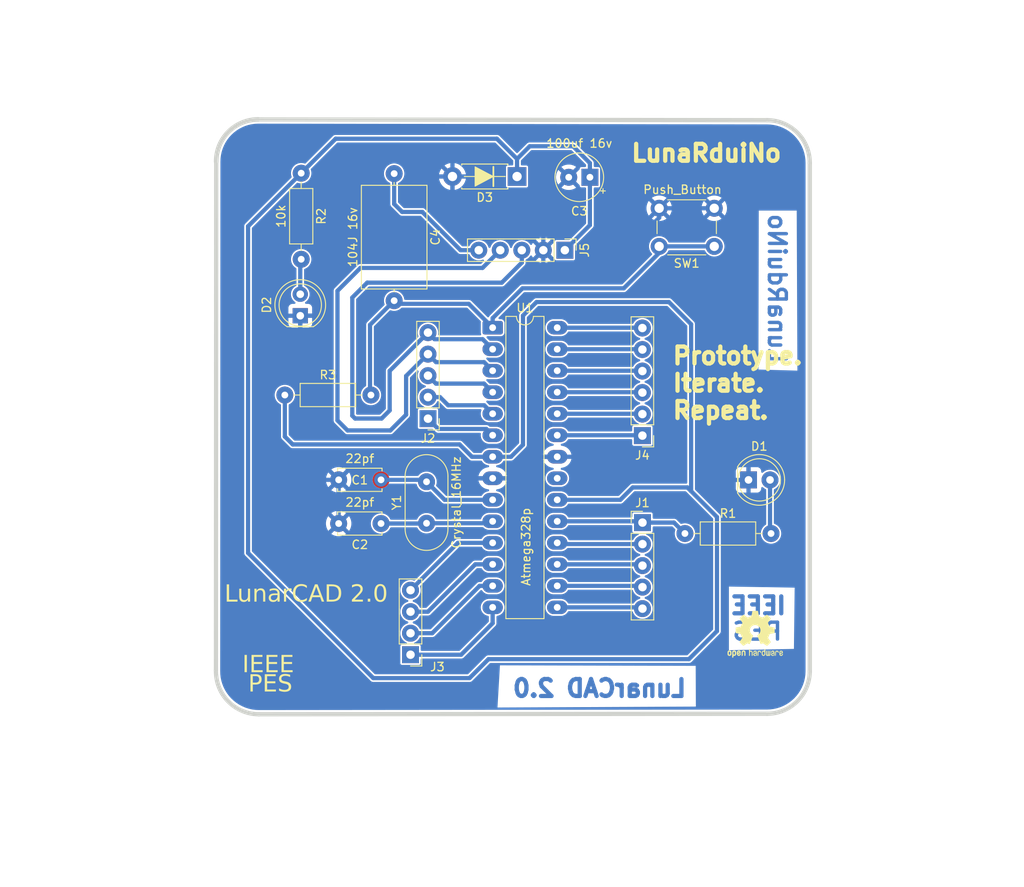
<source format=kicad_pcb>
(kicad_pcb (version 20241229) (generator "pcbnew") (generator_version "9.0")
  (layers (0 "F.Cu" signal) (2 "B.Cu" signal) (13 "F.Paste" user) (15 "B.Paste" user) (5 "F.SilkS" user "F.Silkscreen") (7 "B.SilkS" user "B.Silkscreen") (1 "F.Mask" user) (3 "B.Mask" user) (25 "Edge.Cuts" user))
  (net 0 "")
  (net 1 "Net-(C1-+)")
  (net 2 "GND")
  (net 3 "Net-(C2-+)")
  (net 4 "+5V")
  (net 5 "RTS")
  (net 6 "reset")
  (net 7 "Net-(R1--)")
  (net 8 "Net-(R2--)")
  (net 9 "TX")
  (net 10 "RX")
  (net 11 "Net-(U1-12)")
  (net 12 "Net-(U1-9{slash}PWM)")
  (net 13 "Net-(U1-10{slash}PWM)")
  (net 14 "Net-(U1-11{slash}PWM)")
  (net 15 "Net-(R1-+)")
  (net 16 "Net-(U1-A0)")
  (net 17 "Net-(U1-A2)")
  (net 18 "Net-(U1-SDA{slash}A4)")
  (net 19 "Net-(U1-A1)")
  (net 20 "Net-(U1-A3)")
  (net 21 "Net-(U1-SCL{slash}A5)")
  (net 23 "Net-(U1-4)")
  (net 24 "Net-(U1-3{slash}PWM)")
  (net 25 "Net-(U1-2)")
  (net 26 "Net-(U1-6{slash}PWM)")
  (net 27 "Net-(U1-7)")
  (net 28 "Net-(U1-5{slash}PWM)")
  (net 29 "Net-(U1-8)")
  (footprint "Connector_PinHeader_2.54mm:PinHeader_1x04_P2.54mm_Vertical" (layer "F.Cu") (at 129.48 112.248172 180)
    (property "Reference" "J3" (at -3.17 -1.44 0) (layer "F.SilkS"))
    (property "Value" "PINHD_1x4_Male")
    (pad "1" thru_hole rect (at 0 0 180) (size 2 2) (drill 1) (layers "*.Cu" "*.Mask") (net 29 "Net-(U1-8)"))
    (pad "2" thru_hole circle (at 0 2.54 180) (size 2 2) (drill 1) (layers "*.Cu" "*.Mask") (net 27 "Net-(U1-7)"))
    (pad "3" thru_hole circle (at 0 5.08 180) (size 2 2) (drill 1) (layers "*.Cu" "*.Mask") (net 26 "Net-(U1-6{slash}PWM)"))
    (pad "4" thru_hole circle (at 0 7.62 180) (size 2 2) (drill 1) (layers "*.Cu" "*.Mask") (net 28 "Net-(U1-5{slash}PWM)"))
  )
  (footprint "Capacitor_THT:C_Disc_D5.0mm_W2.5mm_P5.00mm" (layer "F.Cu") (at 126 91.598172 180)
    (property "Reference" "C1" (at 2.51 -0.031828 0) (layer "F.SilkS"))
    (property "Value" "22pf" (at 2.5 2.5 0) (layer "F.SilkS"))
    (pad "1" thru_hole circle (at 0 0 180) (size 2 2) (drill 0.8) (layers "*.Cu" "*.Mask") (net 1 "Net-(C1-+)") (padstack (mode custom) (layer "B.Cu" (shape circle) (size 1.6 1.6))))
    (pad "2" thru_hole circle (at 5 0 180) (size 2 2) (drill 0.8) (layers "*.Cu" "*.Mask") (net 2 "GND"))
  )
  (footprint "Resistor_THT:R_Axial_DIN0207_L6.3mm_D2.5mm_P10.16mm_Horizontal" (layer "F.Cu") (at 116.58 55.398172 -90)
    (property "Reference" "R2" (at 5.08 -2.37 90) (layer "F.SilkS"))
    (property "Value" "10k" (at 5.08 2.37 90) (layer "F.SilkS"))
    (pad "1" thru_hole circle (at 0 0 270) (size 2 2) (drill 0.8) (layers "*.Cu" "F.Mask") (net 4 "+5V"))
    (pad "2" thru_hole circle (at 10.16 0 270) (size 2 2) (drill 0.8) (layers "*.Cu" "*.Mask") (net 8 "Net-(R2--)"))
  )
  (footprint "Package_DIP:DIP-28_W7.62mm_LongPads" (layer "F.Cu") (at 139.17 73.638172)
    (property "Reference" "U1" (at 3.81 -2.33 0) (layer "F.SilkS"))
    (property "Value" "Atmega328p" (at 3.94 25.871828 90) (layer "F.SilkS"))
    (pad "1" thru_hole roundrect (at 0 0) (size 2.4 1.6) (drill 0.8) (layers "*.Cu" "*.Mask") (roundrect_rratio 0.15625) (net 6 "reset"))
    (pad "2" thru_hole oval (at 0 2.54) (size 2.4 1.6) (drill 0.8) (layers "*.Cu" "*.Mask") (net 9 "TX"))
    (pad "3" thru_hole oval (at 0 5.08) (size 2.4 1.6) (drill 0.8) (layers "*.Cu" "*.Mask") (net 10 "RX"))
    (pad "4" thru_hole oval (at 0 7.62) (size 2.4 1.6) (drill 0.8) (layers "*.Cu" "*.Mask") (net 25 "Net-(U1-2)"))
    (pad "5" thru_hole oval (at 0 10.16) (size 2.4 1.6) (drill 0.8) (layers "*.Cu" "*.Mask") (net 24 "Net-(U1-3{slash}PWM)"))
    (pad "6" thru_hole oval (at 0 12.7) (size 2.4 1.6) (drill 0.8) (layers "*.Cu" "*.Mask") (net 23 "Net-(U1-4)"))
    (pad "7" thru_hole oval (at 0 15.24) (size 2.4 1.6) (drill 0.8) (layers "*.Cu" "*.Mask") (net 4 "+5V"))
    (pad "8" thru_hole oval (at 0 17.78) (size 2.4 1.6) (drill 0.8) (layers "*.Cu" "*.Mask") (net 2 "GND"))
    (pad "9" thru_hole oval (at 0 20.32) (size 2.4 1.6) (drill 0.8) (layers "*.Cu" "*.Mask") (net 1 "Net-(C1-+)"))
    (pad "10" thru_hole oval (at 0 22.86) (size 2.4 1.6) (drill 0.8) (layers "*.Cu" "*.Mask") (net 3 "Net-(C2-+)"))
    (pad "11" thru_hole oval (at 0 25.4) (size 2.4 1.6) (drill 0.8) (layers "*.Cu" "*.Mask") (net 28 "Net-(U1-5{slash}PWM)"))
    (pad "12" thru_hole oval (at 0 27.94) (size 2.4 1.6) (drill 0.8) (layers "*.Cu" "*.Mask") (net 26 "Net-(U1-6{slash}PWM)"))
    (pad "13" thru_hole oval (at 0 30.48) (size 2.4 1.6) (drill 0.8) (layers "*.Cu" "*.Mask") (net 27 "Net-(U1-7)"))
    (pad "14" thru_hole oval (at 0 33.02) (size 2.4 1.6) (drill 0.8) (layers "*.Cu" "*.Mask") (net 29 "Net-(U1-8)"))
    (pad "15" thru_hole oval (at 7.62 33.02) (size 2.4 1.6) (drill 0.8) (layers "*.Cu" "*.Mask") (net 12 "Net-(U1-9{slash}PWM)"))
    (pad "16" thru_hole oval (at 7.62 30.48) (size 2.4 1.6) (drill 0.8) (layers "*.Cu" "*.Mask") (net 13 "Net-(U1-10{slash}PWM)"))
    (pad "17" thru_hole oval (at 7.62 27.94) (size 2.4 1.6) (drill 0.8) (layers "*.Cu" "*.Mask") (net 14 "Net-(U1-11{slash}PWM)"))
    (pad "18" thru_hole oval (at 7.62 25.4) (size 2.4 1.6) (drill 0.8) (layers "*.Cu" "*.Mask") (net 11 "Net-(U1-12)"))
    (pad "19" thru_hole oval (at 7.62 22.86) (size 2.4 1.6) (drill 0.8) (layers "*.Cu" "*.Mask") (net 15 "Net-(R1-+)"))
    (pad "20" thru_hole oval (at 7.62 20.32) (size 2.4 1.6) (drill 0.8) (layers "*.Cu" "*.Mask") (net 4 "+5V"))
    (pad "21" thru_hole oval (at 7.62 17.78) (size 2.4 1.6) (drill 0.8) (layers "*.Cu" "*.Mask"))
    (pad "22" thru_hole oval (at 7.62 15.24) (size 2.4 1.6) (drill 0.8) (layers "*.Cu" "*.Mask") (net 2 "GND"))
    (pad "23" thru_hole oval (at 7.62 12.7) (size 2.4 1.6) (drill 0.8) (layers "*.Cu" "*.Mask") (net 16 "Net-(U1-A0)"))
    (pad "24" thru_hole oval (at 7.62 10.16) (size 2.4 1.6) (drill 0.8) (layers "*.Cu" "*.Mask") (net 19 "Net-(U1-A1)"))
    (pad "25" thru_hole oval (at 7.62 7.62) (size 2.4 1.6) (drill 0.8) (layers "*.Cu" "*.Mask") (net 17 "Net-(U1-A2)"))
    (pad "26" thru_hole oval (at 7.62 5.08) (size 2.4 1.6) (drill 0.8) (layers "*.Cu" "*.Mask") (net 20 "Net-(U1-A3)"))
    (pad "27" thru_hole oval (at 7.62 2.54) (size 2.4 1.6) (drill 0.8) (layers "*.Cu" "*.Mask") (net 18 "Net-(U1-SDA{slash}A4)"))
    (pad "28" thru_hole oval (at 7.62 0) (size 2.4 1.6) (drill 0.8) (layers "*.Cu" "*.Mask") (net 21 "Net-(U1-SCL{slash}A5)"))
  )
  (footprint "LED_THT:LED_D5.0mm" (layer "F.Cu") (at 169.36 91.608172)
    (property "Reference" "D1" (at 1.27 -3.96 0) (layer "F.SilkS"))
    (property "Value" "LED")
    (pad "1" thru_hole rect (at 0 0) (size 2 2) (drill 0.9) (layers "*.Cu" "*.Mask") (net 2 "GND"))
    (pad "2" thru_hole circle (at 2.54 0) (size 2 2) (drill 0.9) (layers "*.Cu" "*.Mask") (net 7 "Net-(R1--)"))
  )
  (footprint "Button_Switch_THT:SW_PUSH_6mm" (layer "F.Cu") (at 165.32 64.038172 180)
    (property "Reference" "SW1" (at 3.25 -2 0) (layer "F.SilkS"))
    (property "Value" "Push_Button" (at 3.75 6.7 0) (layer "F.SilkS"))
    (pad "1" thru_hole circle (at 0 0 270) (size 2 2) (drill 1.1) (layers "*.Cu" "*.Mask") (net 6 "reset"))
    (pad "1" thru_hole circle (at 6.5 0 270) (size 2 2) (drill 1.1) (layers "*.Cu" "*.Mask") (net 6 "reset"))
    (pad "2" thru_hole circle (at 0 4.5 270) (size 2 2) (drill 1.1) (layers "*.Cu" "*.Mask") (net 2 "GND"))
    (pad "2" thru_hole circle (at 6.5 4.5 270) (size 2 2) (drill 1.1) (layers "*.Cu" "*.Mask") (net 2 "GND"))
  )
  (footprint "PCM_Diode_THT_AKL:D_DO-41_SOD81_P7.62mm_Horizontal" (layer "F.Cu") (at 142.05 55.788172 180)
    (property "Reference" "D3" (at 3.81 -2.47 0) (layer "F.SilkS"))
    (property "Value" "1N4007" (hide yes))
    (pad "1" thru_hole rect (at 0 0 180) (size 2.2 2.2) (drill 1.1) (layers "*.Cu" "*.Mask") (net 4 "+5V"))
    (pad "2" thru_hole oval (at 7.62 0 180) (size 2.2 2.2) (drill 1.1) (layers "*.Cu" "*.Mask") (net 2 "GND"))
  )
  (footprint "LED_THT:LED_D5.0mm" (layer "F.Cu") (at 116.47 72.228172 90)
    (property "Reference" "D2" (at 1.27 -3.96 90) (layer "F.SilkS"))
    (property "Value" "LED")
    (pad "1" thru_hole rect (at 0 0 90) (size 1.8 1.8) (drill 0.9) (layers "*.Cu" "*.Mask") (net 2 "GND"))
    (pad "2" thru_hole circle (at 2.54 0 90) (size 1.8 1.8) (drill 0.9) (layers "*.Cu" "*.Mask") (net 8 "Net-(R2--)"))
  )
  (footprint "Resistor_THT:R_Axial_DIN0207_L6.3mm_D2.5mm_P10.16mm_Horizontal" (layer "F.Cu") (at 114.65 81.588172)
    (property "Reference" "R3" (at 5.08 -2.37 0) (layer "F.SilkS"))
    (property "Value" "10k")
    (pad "1" thru_hole circle (at 0 0) (size 2 2) (drill 0.8) (layers "*.Cu" "*.Mask") (net 4 "+5V"))
    (pad "2" thru_hole circle (at 10.16 0) (size 2 2) (drill 0.8) (layers "*.Cu" "*.Mask") (net 6 "reset"))
  )
  (footprint "Crystal:Crystal_HC18-U_Vertical" (layer "F.Cu") (at 131.37 96.728172 90)
    (property "Reference" "Y1" (at 2.45 -3.525 90) (layer "F.SilkS"))
    (property "Value" "Crystal_16MHz" (at 2.45 3.525 90) (layer "F.SilkS"))
    (pad "1" thru_hole circle (at 0 0 90) (size 2 2) (drill 0.8) (layers "*.Cu" "*.Mask") (net 3 "Net-(C2-+)"))
    (pad "2" thru_hole circle (at 4.9 0 90) (size 2 2) (drill 0.8) (layers "*.Cu" "*.Mask") (net 1 "Net-(C1-+)"))
  )
  (footprint "Capacitor_THT:CP_Radial_Tantal_D5.5mm_P2.50mm" (layer "F.Cu") (at 150.646369 55.878172 180)
    (property "Reference" "C3" (at 1.25 -4 0) (layer "F.SilkS"))
    (property "Value" "100uf 16v" (at 1.25 4 0) (layer "F.SilkS"))
    (pad "1" thru_hole rect (at 0 0 180) (size 2 2) (drill 0.8) (layers "*.Cu" "*.Mask") (net 4 "+5V"))
    (pad "2" thru_hole circle (at 2.5 0 180) (size 2 2) (drill 0.8) (layers "*.Cu" "*.Mask") (net 2 "GND"))
  )
  (footprint "Connector_PinHeader_2.54mm:PinHeader_1x05_P2.54mm_Vertical" (layer "F.Cu") (at 156.85 96.648172)
    (property "Reference" "J1" (at 0 -2.33 0) (layer "F.SilkS"))
    (property "Value" "PINHD_1x5_Male")
    (pad "1" thru_hole rect (at 0 0) (size 2 2) (drill 1) (layers "*.Cu" "*.Mask") (net 15 "Net-(R1-+)"))
    (pad "2" thru_hole circle (at 0 2.54) (size 2 2) (drill 1) (layers "*.Cu" "*.Mask") (net 11 "Net-(U1-12)"))
    (pad "3" thru_hole circle (at 0 5.08) (size 2 2) (drill 1) (layers "*.Cu" "*.Mask") (net 14 "Net-(U1-11{slash}PWM)"))
    (pad "4" thru_hole circle (at 0 7.62) (size 2 2) (drill 1) (layers "*.Cu" "*.Mask") (net 13 "Net-(U1-10{slash}PWM)"))
    (pad "5" thru_hole circle (at 0 10.16) (size 2 2) (drill 1) (layers "*.Cu" "*.Mask") (net 12 "Net-(U1-9{slash}PWM)"))
  )
  (footprint "Capacitor_THT:C_Disc_D5.0mm_W2.5mm_P5.00mm" (layer "F.Cu") (at 126 96.758172 180)
    (property "Reference" "C2" (at 2.5 -2.5 0) (layer "F.SilkS"))
    (property "Value" "22pf" (at 2.5 2.5 0) (layer "F.SilkS"))
    (pad "1" thru_hole circle (at 0 0 180) (size 2 2) (drill 0.8) (layers "*.Cu" "*.Mask") (net 3 "Net-(C2-+)"))
    (pad "2" thru_hole circle (at 5 0 180) (size 2 2) (drill 0.8) (layers "*.Cu" "*.Mask") (net 2 "GND"))
  )
  (footprint "Connector_PinHeader_2.54mm:PinHeader_1x05_P2.54mm_Vertical" (layer "F.Cu") (at 131.54 84.378172 180)
    (property "Reference" "J2" (at 0 -2.33 0) (layer "F.SilkS"))
    (property "Value" "PINHD_1x5_Male")
    (pad "1" thru_hole rect (at 0 0 180) (size 2 2) (drill 1) (layers "*.Cu" "*.Mask") (net 23 "Net-(U1-4)"))
    (pad "2" thru_hole circle (at 0 2.54 180) (size 2 2) (drill 1) (layers "*.Cu" "*.Mask") (net 24 "Net-(U1-3{slash}PWM)"))
    (pad "3" thru_hole circle (at 0 5.08 180) (size 2 2) (drill 1) (layers "*.Cu" "*.Mask") (net 25 "Net-(U1-2)"))
    (pad "4" thru_hole circle (at 0 7.62 180) (size 2 2) (drill 1) (layers "*.Cu" "*.Mask") (net 10 "RX"))
    (pad "5" thru_hole circle (at 0 10.16 180) (size 2 2) (drill 1) (layers "*.Cu" "*.Mask") (net 9 "TX"))
  )
  (footprint "Connector_PinHeader_2.54mm:PinHeader_1x05_P2.54mm_Vertical" (layer "F.Cu") (at 147.69 64.488172 -90)
    (property "Reference" "J5" (at 0 -2.33 90) (layer "F.SilkS"))
    (property "Value" "PINHD_1x5_Male")
    (pad "1" thru_hole rect (at 0 0 270) (size 2 2) (drill 1) (layers "*.Cu" "*.Mask") (net 4 "+5V"))
    (pad "2" thru_hole circle (at 0 2.54 270) (size 2 2) (drill 1) (layers "*.Cu" "*.Mask") (net 2 "GND"))
    (pad "3" thru_hole circle (at 0 5.08 270) (size 2 2) (drill 1) (layers "*.Cu" "*.Mask") (net 9 "TX"))
    (pad "4" thru_hole circle (at 0 7.62 270) (size 2 2) (drill 1) (layers "*.Cu" "*.Mask") (net 10 "RX"))
    (pad "5" thru_hole circle (at 0 10.16 270) (size 2 2) (drill 1) (layers "*.Cu" "*.Mask") (net 5 "RTS"))
  )
  (footprint "Capacitor_THT:C_Axial_L12.0mm_D7.5mm_P15.00mm_Horizontal" (layer "F.Cu") (at 127.55 55.448172 -90)
    (property "Reference" "C4" (at 7.5 -4.87 90) (layer "F.SilkS"))
    (property "Value" "104J 16v" (at 7.5 4.87 90) (layer "F.SilkS"))
    (pad "1" thru_hole circle (at 0 0 270) (size 2 2) (drill 0.8) (layers "*.Cu" "*.Mask") (net 5 "RTS"))
    (pad "2" thru_hole circle (at 15 0 270) (size 2 2) (drill 0.8) (layers "*.Cu" "*.Mask") (net 6 "reset"))
  )
  (footprint "Connector_PinHeader_2.54mm:PinHeader_1x06_P2.54mm_Vertical" (layer "F.Cu") (at 156.84 86.378172 180)
    (property "Reference" "J4" (at 0 -2.33 0) (layer "F.SilkS"))
    (property "Value" "PINHD_1x6_Male")
    (pad "1" thru_hole rect (at 0 0 180) (size 2 2) (drill 1) (layers "*.Cu" "*.Mask") (net 16 "Net-(U1-A0)"))
    (pad "2" thru_hole circle (at 0 2.54 180) (size 2 2) (drill 1) (layers "*.Cu" "*.Mask") (net 19 "Net-(U1-A1)"))
    (pad "3" thru_hole circle (at 0 5.08 180) (size 2 2) (drill 1) (layers "*.Cu" "*.Mask") (net 17 "Net-(U1-A2)"))
    (pad "4" thru_hole circle (at 0 7.62 180) (size 2 2) (drill 1) (layers "*.Cu" "*.Mask") (net 20 "Net-(U1-A3)"))
    (pad "5" thru_hole circle (at 0 10.16 180) (size 2 2) (drill 1) (layers "*.Cu" "*.Mask") (net 18 "Net-(U1-SDA{slash}A4)"))
    (pad "6" thru_hole circle (at 0 12.7 180) (size 2 2) (drill 1) (layers "*.Cu" "*.Mask") (net 21 "Net-(U1-SCL{slash}A5)"))
  )
  (footprint "Symbol:OSHW-Logo2_7.3x6mm_SilkScreen" (layer "F.Cu") (at 170.15 109.83)
    (property "Reference" "REF**" (hide yes))
    (property "Value" "OSHW-Logo2_7.3x6mm_SilkScreen" (hide yes))
  )
  (footprint "Resistor_THT:R_Axial_DIN0207_L6.3mm_D2.5mm_P10.16mm_Horizontal" (layer "F.Cu") (at 161.86 97.938172)
    (property "Reference" "R1" (at 5.08 -2.37 0) (layer "F.SilkS"))
    (property "Value" "10k")
    (pad "1" thru_hole circle (at 0 0) (size 2 2) (drill 0.8) (layers "*.Cu" "*.Mask") (net 15 "Net-(R1-+)"))
    (pad "2" thru_hole circle (at 10.16 0) (size 2 2) (drill 0.8) (layers "*.Cu" "*.Mask") (net 7 "Net-(R1--)"))
  )
  (gr_arc (start 176.590619 114.221034) (mid 175.100017 117.7582) (end 171.550788 119.219808) (stroke (width 0.5)) (layer "Edge.Cuts"))
  (gr_arc (start 106.550868 54.039627) (mid 107.989463 50.516621) (end 111.500788 49.049808) (stroke (width 0.55)) (layer "Edge.Cuts"))
  (gr_line (start 176.590619 114.219808) (end 176.590748 54.189768) (stroke (width 0.5)) (layer "Edge.Cuts"))
  (gr_line (start 106.550868 54.039627) (end 106.521467 114.126835) (stroke (width 0.5)) (layer "Edge.Cuts"))
  (gr_arc (start 171.560788 49.139808) (mid 175.124575 50.620124) (end 176.590748 54.189768) (stroke (width 0.5)) (layer "Edge.Cuts"))
  (gr_line (start 111.590788 119.279808) (end 171.550788 119.219808) (stroke (width 0.5)) (layer "Edge.Cuts"))
  (gr_line (start 171.560788 49.139808) (end 111.500788 49.049808) (stroke (width 0.5)) (layer "Edge.Cuts"))
  (gr_arc (start 111.590788 119.279808) (mid 107.977183 117.766046) (end 106.521437 114.128698) (stroke (width 0.5)) (layer "Edge.Cuts"))
  (gr_text "PES" (at 173.52 110.67 0) (layer "B.Cu") (effects (font (size 2 2) (thickness 0.4) (bold yes)) (justify left bottom mirror)))
  (gr_text "LunarCAD 2.0" (at 162.25 117.39 0) (layer "B.Cu") (effects (font (size 2 2) (thickness 0.5) (bold yes)) (justify left bottom mirror)))
  (gr_text "IEEE" (at 174.03 107.63 0) (layer "B.Cu") (effects (font (size 2 2) (thickness 0.5) (bold yes)) (justify left bottom mirror)))
  (gr_text "LunaRduiNo" (at 171.56 78.04 270) (layer "B.Cu") (effects (font (size 2 2) (thickness 0.4) (bold yes)) (justify left bottom mirror)))
  (gr_text "LunaRduiNo" (at 155.3 54.2 0) (layer "F.SilkS") (effects (font (size 2 2) (thickness 0.5) (bold yes)) (justify left bottom)))
  (gr_text "Prototype. \nIterate. \nRepeat." (at 160.18 84.57 0) (layer "F.SilkS") (effects (font (size 2 2) (thickness 0.5) (bold yes)) (justify left bottom)))
  (gr_text "LunarCAD 2.0" (at 107.52 106.32 0) (layer "F.SilkS") (effects (font (size 2 2) (thickness 0.1)) (justify left bottom)))
  (gr_text "IEEE " (at 109.62 114.65 0) (layer "F.SilkS") (effects (font (size 2 2) (thickness 0.1)) (justify left bottom)))
  (gr_text "PES" (at 110.32 116.93 0) (layer "F.SilkS") (effects (font (size 2 2) (thickness 0.1)) (justify left bottom)))
  (segment (start 131.14 91.598172) (end 131.37 91.828172) (width 0.5) (layer "B.Cu") (net 1))
  (segment (start 126 91.598172) (end 131.14 91.598172) (width 0.5) (layer "B.Cu") (net 1))
  (segment (start 131.37 91.828172) (end 133.5 93.958172) (width 0.5) (layer "B.Cu") (net 1))
  (segment (start 133.5 93.958172) (end 139.17 93.958172) (width 0.5) (layer "B.Cu") (net 1))
  (segment (start 134.43 58.33) (end 136.64 60.54) (width 0.5) (layer "B.Cu") (net 2))
  (segment (start 112.46 89.61) (end 114.448172 91.598172) (width 0.5) (layer "B.Cu") (net 2))
  (segment (start 158.82 60.652662) (end 158.82 59.538172) (width 0.5) (layer "B.Cu") (net 2))
  (segment (start 120.78 66.31) (end 120.78 54.11) (width 0.5) (layer "B.Cu") (net 2))
  (segment (start 145.15 58.874541) (end 145.15 60.54) (width 0.5) (layer "B.Cu") (net 2))
  (segment (start 123.348172 89.25) (end 121 91.598172) (width 0.5) (layer "B.Cu") (net 2))
  (segment (start 139.17 91.418172) (end 136.628172 91.418172) (width 0.5) (layer "B.Cu") (net 2))
  (segment (start 145.15 66.19) (end 145.96 67) (width 0.5) (layer "B.Cu") (net 2))
  (segment (start 120.78 54.11) (end 121.59 53.3) (width 0.5) (layer "B.Cu") (net 2))
  (segment (start 119.39 71.32) (end 119.39 67.7) (width 0.5) (layer "B.Cu") (net 2))
  (segment (start 145.15 64.488172) (end 145.15 66.19) (width 0.5) (layer "B.Cu") (net 2))
  (segment (start 136.628172 91.418172) (end 134.46 89.25) (width 0.5) (layer "B.Cu") (net 2))
  (segment (start 169.36 63.578172) (end 165.32 59.538172) (width 0.5) (layer "B.Cu") (net 2))
  (segment (start 134.46 89.25) (end 123.348172 89.25) (width 0.5) (layer "B.Cu") (net 2))
  (segment (start 142.331828 91.418172) (end 144.871828 88.878172) (width 0.5) (layer "B.Cu") (net 2))
  (segment (start 134.43 55.788172) (end 134.43 58.33) (width 0.5) (layer "B.Cu") (net 2))
  (segment (start 158.82 59.538172) (end 165.32 59.538172) (width 0.5) (layer "B.Cu") (net 2))
  (segment (start 131.941828 53.3) (end 134.43 55.788172) (width 0.5) (layer "B.Cu") (net 2))
  (segment (start 119.39 67.7) (end 120.78 66.31) (width 0.5) (layer "B.Cu") (net 2))
  (segment (start 139.17 91.418172) (end 142.331828 91.418172) (width 0.5) (layer "B.Cu") (net 2))
  (segment (start 116.47 72.228172) (end 116.47 74.05) (width 0.5) (layer "B.Cu") (net 2))
  (segment (start 112.46 78.06) (end 112.46 89.61) (width 0.5) (layer "B.Cu") (net 2))
  (segment (start 144.871828 88.878172) (end 146.79 88.878172) (width 0.5) (layer "B.Cu") (net 2))
  (segment (start 121.59 53.3) (end 131.941828 53.3) (width 0.5) (layer "B.Cu") (net 2))
  (segment (start 148.146369 55.878172) (end 145.15 58.874541) (width 0.5) (layer "B.Cu") (net 2))
  (segment (start 145.96 67) (end 152.472662 67) (width 0.5) (layer "B.Cu") (net 2))
  (segment (start 121 91.598172) (end 121 96.758172) (width 0.5) (layer "B.Cu") (net 2))
  (segment (start 169.36 91.608172) (end 169.36 63.578172) (width 0.5) (layer "B.Cu") (net 2))
  (segment (start 136.64 60.54) (end 145.15 60.54) (width 0.5) (layer "B.Cu") (net 2))
  (segment (start 116.47 72.228172) (end 118.481828 72.228172) (width 0.5) (layer "B.Cu") (net 2))
  (segment (start 116.47 74.05) (end 112.46 78.06) (width 0.5) (layer "B.Cu") (net 2))
  (segment (start 114.448172 91.598172) (end 121 91.598172) (width 0.5) (layer "B.Cu") (net 2))
  (segment (start 145.15 60.54) (end 145.15 64.488172) (width 0.5) (layer "B.Cu") (net 2))
  (segment (start 118.481828 72.228172) (end 119.39 71.32) (width 0.5) (layer "B.Cu") (net 2))
  (segment (start 152.472662 67) (end 158.82 60.652662) (width 0.5) (layer "B.Cu") (net 2))
  (segment (start 131.34 96.758172) (end 131.37 96.728172) (width 0.5) (layer "B.Cu") (net 3))
  (segment (start 138.94 96.728172) (end 139.17 96.498172) (width 0.5) (layer "B.Cu") (net 3))
  (segment (start 131.37 96.728172) (end 138.94 96.728172) (width 0.5) (layer "B.Cu") (net 3))
  (segment (start 126 96.758172) (end 131.34 96.758172) (width 0.5) (layer "B.Cu") (net 3))
  (segment (start 136.44 115.01) (end 125.09 115.01) (width 0.5) (layer "B.Cu") (net 4))
  (segment (start 162.33 112.77) (end 138.68 112.77) (width 0.5) (layer "B.Cu") (net 4))
  (segment (start 146.79 93.958172) (end 154.241828 93.958172) (width 0.5) (layer "B.Cu") (net 4))
  (segment (start 136.728172 88.878172) (end 139.17 88.878172) (width 0.5) (layer "B.Cu") (net 4))
  (segment (start 114.65 86.49) (end 115.58 87.42) (width 0.5) (layer "B.Cu") (net 4))
  (segment (start 116.58 55.398172) (end 120.648172 51.33) (width 0.5) (layer "B.Cu") (net 4))
  (segment (start 150.646369 55.878172) (end 150.646369 61.531803) (width 0.5) (layer "B.Cu") (net 4))
  (segment (start 110.31 61.668172) (end 116.58 55.398172) (width 0.5) (layer "B.Cu") (net 4))
  (segment (start 162.15 92.5) (end 162.59 92.94) (width 0.5) (layer "B.Cu") (net 4))
  (segment (start 139.67 51.33) (end 142.05 53.71) (width 0.5) (layer "B.Cu") (net 4))
  (segment (start 114.65 81.588172) (end 114.65 86.49) (width 0.5) (layer "B.Cu") (net 4))
  (segment (start 120.648172 51.33) (end 139.67 51.33) (width 0.5) (layer "B.Cu") (net 4))
  (segment (start 154.241828 93.958172) (end 155.7 92.5) (width 0.5) (layer "B.Cu") (net 4))
  (segment (start 110.31 100.23) (end 110.31 61.668172) (width 0.5) (layer "B.Cu") (net 4))
  (segment (start 162.59 73.23) (end 162.59 92.94) (width 0.5) (layer "B.Cu") (net 4))
  (segment (start 142.75 72.21) (end 144.35 70.61) (width 0.5) (layer "B.Cu") (net 4))
  (segment (start 150.646369 54.206369) (end 150.646369 55.878172) (width 0.5) (layer "B.Cu") (net 4))
  (segment (start 142.05 53.71) (end 143.54 52.22) (width 0.5) (layer "B.Cu") (net 4))
  (segment (start 165.64 95.99) (end 165.64 109.46) (width 0.5) (layer "B.Cu") (net 4))
  (segment (start 139.17 88.878172) (end 141.331828 88.878172) (width 0.5) (layer "B.Cu") (net 4))
  (segment (start 143.54 52.22) (end 148.66 52.22) (width 0.5) (layer "B.Cu") (net 4))
  (segment (start 148.66 52.22) (end 150.646369 54.206369) (width 0.5) (layer "B.Cu") (net 4))
  (segment (start 125.09 115.01) (end 110.31 100.23) (width 0.5) (layer "B.Cu") (net 4))
  (segment (start 115.58 87.42) (end 135.27 87.42) (width 0.5) (layer "B.Cu") (net 4))
  (segment (start 138.68 112.77) (end 136.44 115.01) (width 0.5) (layer "B.Cu") (net 4))
  (segment (start 155.7 92.5) (end 162.15 92.5) (width 0.5) (layer "B.Cu") (net 4))
  (segment (start 142.05 55.788172) (end 142.05 53.71) (width 0.5) (layer "B.Cu") (net 4))
  (segment (start 135.27 87.42) (end 136.728172 88.878172) (width 0.5) (layer "B.Cu") (net 4))
  (segment (start 144.35 70.61) (end 159.97 70.61) (width 0.5) (layer "B.Cu") (net 4))
  (segment (start 159.97 70.61) (end 162.59 73.23) (width 0.5) (layer "B.Cu") (net 4))
  (segment (start 150.646369 61.531803) (end 147.69 64.488172) (width 0.5) (layer "B.Cu") (net 4))
  (segment (start 165.64 109.46) (end 162.33 112.77) (width 0.5) (layer "B.Cu") (net 4))
  (segment (start 142.75 87.46) (end 142.75 72.21) (width 0.5) (layer "B.Cu") (net 4))
  (segment (start 141.331828 88.878172) (end 142.75 87.46) (width 0.5) (layer "B.Cu") (net 4))
  (segment (start 162.59 92.94) (end 165.64 95.99) (width 0.5) (layer "B.Cu") (net 4))
  (segment (start 130.87 59.97) (end 128.49 59.97) (width 0.5) (layer "B.Cu") (net 5))
  (segment (start 137.53 64.488172) (end 135.388172 64.488172) (width 0.5) (layer "B.Cu") (net 5))
  (segment (start 135.388172 64.488172) (end 130.87 59.97) (width 0.5) (layer "B.Cu") (net 5))
  (segment (start 128.49 59.97) (end 127.55 59.03) (width 0.5) (layer "B.Cu") (net 5))
  (segment (start 127.55 59.03) (end 127.55 55.448172) (width 0.5) (layer "B.Cu") (net 5))
  (segment (start 124.7 81.478172) (end 124.7 73.298172) (width 0.5) (layer "B.Cu") (net 6))
  (segment (start 158.82 64.038172) (end 165.32 64.038172) (width 0.5) (layer "B.Cu") (net 6))
  (segment (start 124.7 73.298172) (end 127.55 70.448172) (width 0.5) (layer "B.Cu") (net 6))
  (segment (start 124.81 81.588172) (end 124.7 81.478172) (width 0.5) (layer "B.Cu") (net 6))
  (segment (start 127.55 70.448172) (end 127.921828 70.82) (width 0.5) (layer "B.Cu") (net 6))
  (segment (start 142.69 68.99) (end 139.17 72.51) (width 0.5) (layer "B.Cu") (net 6))
  (segment (start 136.351828 70.82) (end 139.17 73.638172) (width 0.5) (layer "B.Cu") (net 6))
  (segment (start 127.921828 70.82) (end 136.351828 70.82) (width 0.5) (layer "B.Cu") (net 6))
  (segment (start 154.64 68.99) (end 142.69 68.99) (width 0.5) (layer "B.Cu") (net 6))
  (segment (start 158.82 64.81) (end 154.64 68.99) (width 0.5) (layer "B.Cu") (net 6))
  (segment (start 139.17 72.51) (end 139.17 73.638172) (width 0.5) (layer "B.Cu") (net 6))
  (segment (start 158.82 64.038172) (end 158.82 64.81) (width 0.5) (layer "B.Cu") (net 6))
  (segment (start 171.9 97.818172) (end 172.02 97.938172) (width 0.5) (layer "B.Cu") (net 7))
  (segment (start 171.9 91.608172) (end 171.9 97.818172) (width 0.5) (layer "B.Cu") (net 7))
  (segment (start 116.47 69.688172) (end 116.47 65.668172) (width 0.5) (layer "B.Cu") (net 8))
  (segment (start 116.47 65.668172) (end 116.58 65.558172) (width 0.5) (layer "B.Cu") (net 8))
  (segment (start 122.94 84.36) (end 126.07 84.36) (width 0.5) (layer "B.Cu") (net 9))
  (segment (start 142.61 65.96) (end 140.25 68.32) (width 0.5) (layer "B.Cu") (net 9))
  (segment (start 140.25 68.32) (end 124.37 68.32) (width 0.5) (layer "B.Cu") (net 9))
  (segment (start 127.02 78.738172) (end 131.54 74.218172) (width 0.5) (layer "B.Cu") (net 9))
  (segment (start 124.37 68.32) (end 122.61 70.08) (width 0.5) (layer "B.Cu") (net 9))
  (segment (start 127.02 83.41) (end 127.02 78.738172) (width 0.5) (layer "B.Cu") (net 9))
  (segment (start 132.321828 75) (end 137.991828 75) (width 0.5) (layer "B.Cu") (net 9))
  (segment (start 122.61 70.08) (end 122.61 84.03) (width 0.5) (layer "B.Cu") (net 9))
  (segment (start 142.61 64.488172) (end 142.61 65.96) (width 0.5) (layer "B.Cu") (net 9))
  (segment (start 137.991828 75) (end 139.17 76.178172) (width 0.5) (layer "B.Cu") (net 9))
  (segment (start 126.07 84.36) (end 127.02 83.41) (width 0.5) (layer "B.Cu") (net 9))
  (segment (start 131.54 74.218172) (end 132.321828 75) (width 0.5) (layer "B.Cu") (net 9))
  (segment (start 122.61 84.03) (end 122.94 84.36) (width 0.5) (layer "B.Cu") (net 9))
  (segment (start 128.96 83.91) (end 128.96 79.338172) (width 0.5) (layer "B.Cu") (net 10))
  (segment (start 120.86 69.29) (end 120.86 84.58) (width 0.5) (layer "B.Cu") (net 10))
  (segment (start 123.57 66.58) (end 120.86 69.29) (width 0.5) (layer "B.Cu") (net 10))
  (segment (start 122.05 85.77) (end 127.1 85.77) (width 0.5) (layer "B.Cu") (net 10))
  (segment (start 127.1 85.77) (end 128.96 83.91) (width 0.5) (layer "B.Cu") (net 10))
  (segment (start 131.54 76.758172) (end 132.491828 77.71) (width 0.5) (layer "B.Cu") (net 10))
  (segment (start 140.07 64.488172) (end 137.978172 66.58) (width 0.5) (layer "B.Cu") (net 10))
  (segment (start 120.86 84.58) (end 122.05 85.77) (width 0.5) (layer "B.Cu") (net 10))
  (segment (start 138.161828 77.71) (end 139.17 78.718172) (width 0.5) (layer "B.Cu") (net 10))
  (segment (start 128.96 79.338172) (end 131.54 76.758172) (width 0.5) (layer "B.Cu") (net 10))
  (segment (start 137.978172 66.58) (end 123.57 66.58) (width 0.5) (layer "B.Cu") (net 10))
  (segment (start 132.491828 77.71) (end 138.161828 77.71) (width 0.5) (layer "B.Cu") (net 10))
  (segment (start 146.94 99.188172) (end 146.79 99.038172) (width 0.5) (layer "B.Cu") (net 11))
  (segment (start 156.85 99.188172) (end 146.94 99.188172) (width 0.5) (layer "B.Cu") (net 11))
  (segment (start 156.7 106.658172) (end 156.85 106.808172) (width 0.5) (layer "B.Cu") (net 12))
  (segment (start 146.79 106.658172) (end 156.7 106.658172) (width 0.5) (layer "B.Cu") (net 12))
  (segment (start 146.79 104.118172) (end 156.7 104.118172) (width 0.5) (layer "B.Cu") (net 13))
  (segment (start 156.7 104.118172) (end 156.85 104.268172) (width 0.5) (layer "B.Cu") (net 13))
  (segment (start 156.7 101.578172) (end 156.85 101.728172) (width 0.5) (layer "B.Cu") (net 14))
  (segment (start 146.79 101.578172) (end 156.7 101.578172) (width 0.5) (layer "B.Cu") (net 14))
  (segment (start 146.79 96.498172) (end 156.7 96.498172) (width 0.5) (layer "B.Cu") (net 15))
  (segment (start 156.85 96.648172) (end 160.57 96.648172) (width 0.5) (layer "B.Cu") (net 15))
  (segment (start 156.7 96.498172) (end 156.85 96.648172) (width 0.5) (layer "B.Cu") (net 15))
  (segment (start 160.57 96.648172) (end 161.86 97.938172) (width 0.5) (layer "B.Cu") (net 15))
  (segment (start 156.8 86.338172) (end 156.84 86.378172) (width 0.5) (layer "B.Cu") (net 16))
  (segment (start 146.79 86.338172) (end 156.8 86.338172) (width 0.5) (layer "B.Cu") (net 16))
  (segment (start 146.79 81.258172) (end 156.8 81.258172) (width 0.5) (layer "B.Cu") (net 17))
  (segment (start 156.8 81.258172) (end 156.84 81.298172) (width 0.5) (layer "B.Cu") (net 17))
  (segment (start 146.79 76.178172) (end 156.8 76.178172) (width 0.5) (layer "B.Cu") (net 18))
  (segment (start 156.8 76.178172) (end 156.84 76.218172) (width 0.5) (layer "B.Cu") (net 18))
  (segment (start 156.8 83.798172) (end 156.84 83.838172) (width 0.5) (layer "B.Cu") (net 19))
  (segment (start 146.79 83.798172) (end 156.8 83.798172) (width 0.5) (layer "B.Cu") (net 19))
  (segment (start 146.79 78.718172) (end 156.8 78.718172) (width 0.5) (layer "B.Cu") (net 20))
  (segment (start 156.8 78.718172) (end 156.84 78.758172) (width 0.5) (layer "B.Cu") (net 20))
  (segment (start 146.79 73.638172) (end 156.8 73.638172) (width 0.5) (layer "B.Cu") (net 21))
  (segment (start 156.8 73.638172) (end 156.84 73.678172) (width 0.5) (layer "B.Cu") (net 21))
  (segment (start 132.751828 85.59) (end 138.421828 85.59) (width 0.5) (layer "B.Cu") (net 23))
  (segment (start 138.421828 85.59) (end 139.17 86.338172) (width 0.5) (layer "B.Cu") (net 23))
  (segment (start 131.54 84.378172) (end 132.751828 85.59) (width 0.5) (layer "B.Cu") (net 23))
  (segment (start 131.54 81.838172) (end 132.958172 81.838172) (width 0.5) (layer "B.Cu") (net 24))
  (segment (start 132.958172 81.838172) (end 133.92 82.8) (width 0.5) (layer "B.Cu") (net 24))
  (segment (start 138.171828 82.8) (end 139.17 83.798172) (width 0.5) (layer "B.Cu") (net 24))
  (segment (start 133.92 82.8) (end 138.171828 82.8) (width 0.5) (layer "B.Cu") (net 24))
  (segment (start 132.481828 80.24) (end 138.151828 80.24) (width 0.5) (layer "B.Cu") (net 25))
  (segment (start 138.151828 80.24) (end 139.17 81.258172) (width 0.5) (layer "B.Cu") (net 25))
  (segment (start 131.54 79.298172) (end 132.481828 80.24) (width 0.5) (layer "B.Cu") (net 25))
  (segment (start 129.48 107.168172) (end 131.531828 107.168172) (width 0.5) (layer "B.Cu") (net 26))
  (segment (start 131.531828 107.168172) (end 137.121828 101.578172) (width 0.5) (layer "B.Cu") (net 26))
  (segment (start 137.121828 101.578172) (end 139.17 101.578172) (width 0.5) (layer "B.Cu") (net 26))
  (segment (start 129.48 109.708172) (end 132.041828 109.708172) (width 0.5) (layer "B.Cu") (net 27))
  (segment (start 132.041828 109.708172) (end 137.631828 104.118172) (width 0.5) (layer "B.Cu") (net 27))
  (segment (start 137.631828 104.118172) (end 139.17 104.118172) (width 0.5) (layer "B.Cu") (net 27))
  (segment (start 135.07 99.038172) (end 139.17 99.038172) (width 0.5) (layer "B.Cu") (net 28))
  (segment (start 129.48 104.628172) (end 135.07 99.038172) (width 0.5) (layer "B.Cu") (net 28))
  (segment (start 139.17 106.658172) (end 139.17 108.53) (width 0.5) (layer "B.Cu") (net 29))
  (segment (start 139.17 108.53) (end 135.451828 112.248172) (width 0.5) (layer "B.Cu") (net 29))
  (segment (start 135.451828 112.248172) (end 129.48 112.248172) (width 0.5) (layer "B.Cu") (net 29))
  (zone (net 2) (net_name "GND") (layer "B.Cu") (connect_pads (clearance 0)) (min_thickness 0.25) (fill yes (thermal_gap 0.5) (thermal_bridge_width 0.5))
    (polygon (pts (xy 83.99 34.95) (xy 200.9 35.94) (xy 201.88 139.66) (xy 81.04 137.3)))
  )
  (zone (net 0) (net_name "") (layer "B.Cu") (connect_pads (clearance 0)) (min_thickness 0.25)
    (keepout (tracks not_allowed) (vias not_allowed) (pads not_allowed) (copperpour not_allowed) (footprints allowed))
    (fill (thermal_gap 0.5) (thermal_bridge_width 0.5))
    (polygon (pts (xy 170.57 59.81) (xy 175.05 59.81) (xy 175.13 78.71) (xy 170.53 78.58)))
  )
  (zone (net 0) (net_name "") (layer "B.Cu") (connect_pads (clearance 0)) (min_thickness 0.25)
    (keepout (tracks not_allowed) (vias not_allowed) (pads not_allowed) (copperpour not_allowed) (footprints not_allowed))
    (fill (thermal_gap 0.5) (thermal_bridge_width 0.5))
    (polygon (pts (xy 140.03 113.5) (xy 163.13 113.56) (xy 163.15 118.37) (xy 139.74 118.48)))
  )
  (zone (net 0) (net_name "") (layer "B.Cu") (connect_pads (clearance 0)) (min_thickness 0.25)
    (keepout (tracks not_allowed) (vias not_allowed) (pads not_allowed) (copperpour not_allowed) (footprints allowed))
    (fill (thermal_gap 0.5) (thermal_bridge_width 0.5))
    (polygon (pts (xy 167.048026 104.2) (xy 167.048026 111.71) (xy 174.72 111.56) (xy 174.808026 104.33)))
  )
)
</source>
